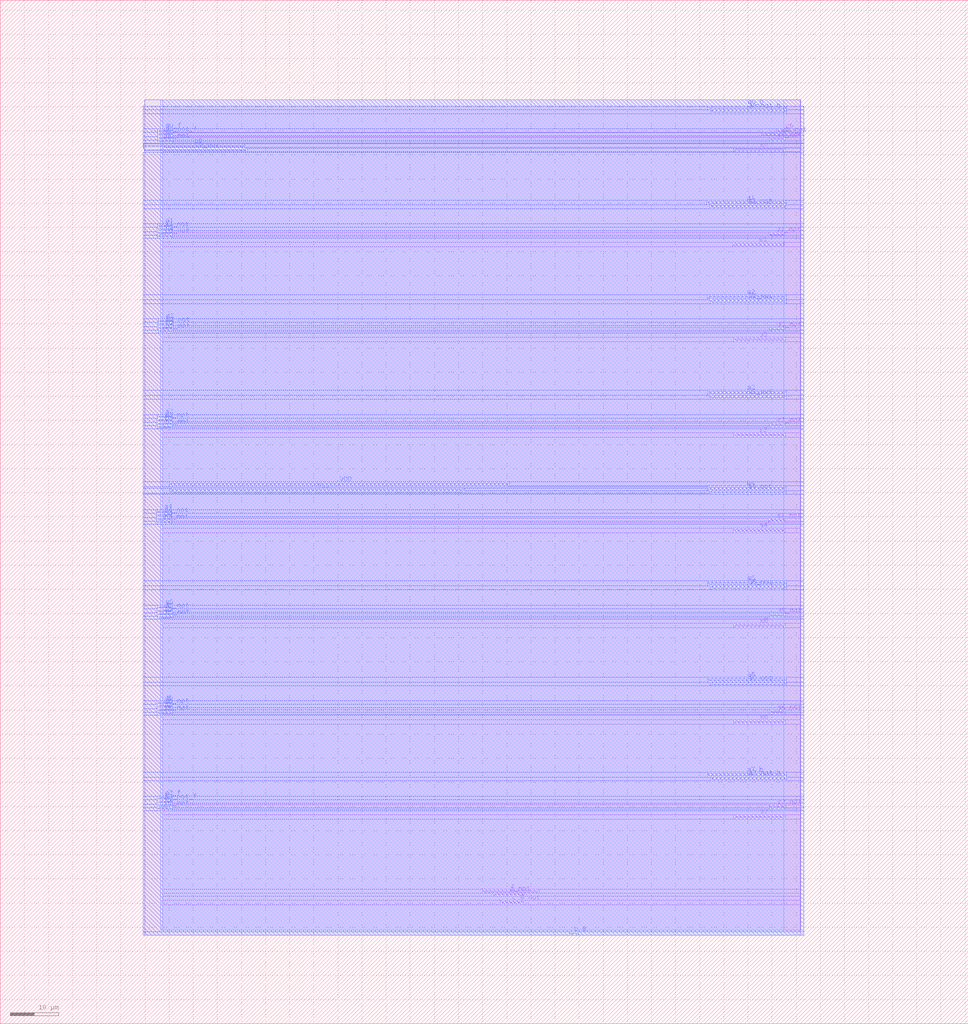
<source format=lef>
VERSION 5.7 ;
  NOWIREEXTENSIONATPIN ON ;
  DIVIDERCHAR "/" ;
  BUSBITCHARS "[]" ;
MACRO fa8b_rev
  CLASS BLOCK ;
  FOREIGN fa8b_rev ;
  ORIGIN 0.000 0.000 ;
  SIZE 200.665 BY 212.100 ;
  PIN c_8_not
    ANTENNADIFFAREA 2.734275 ;
    PORT
      LAYER Metal1 ;
        RECT 104.010 24.915 108.095 25.250 ;
    END
  END c_8_not
  PIN z
    ANTENNADIFFAREA 2.559875 ;
    PORT
      LAYER Metal1 ;
        RECT 100.280 27.290 111.325 27.590 ;
    END
  END z
  PIN z_not
    ANTENNADIFFAREA 2.638650 ;
    PORT
      LAYER Metal1 ;
        RECT 102.630 26.755 108.680 27.025 ;
    END
  END z_not
  PIN c0
    ANTENNAGATEAREA 2.739250 ;
    ANTENNADIFFAREA 2.734275 ;
    PORT
      LAYER Metal1 ;
        RECT 161.170 184.800 164.390 185.100 ;
    END
    PORT
      LAYER Metal3 ;
        RECT 30.005 181.695 50.350 181.990 ;
    END
  END c0
  PIN c0_not
    ANTENNAGATEAREA 2.775000 ;
    ANTENNADIFFAREA 2.560625 ;
    PORT
      LAYER Metal1 ;
        RECT 158.225 184.055 165.950 184.355 ;
    END
    PORT
      LAYER Metal3 ;
        RECT 29.825 180.830 50.935 181.125 ;
    END
  END c0_not
  PIN s0
    ANTENNADIFFAREA 2.734275 ;
    PORT
      LAYER Metal1 ;
        RECT 152.405 180.965 162.485 181.300 ;
    END
  END s0
  PIN s0_not
    ANTENNADIFFAREA 2.560625 ;
    PORT
      LAYER Metal1 ;
        RECT 159.755 183.040 162.485 183.315 ;
    END
  END s0_not
  PIN s1
    ANTENNADIFFAREA 2.734275 ;
    PORT
      LAYER Metal1 ;
        RECT 152.205 161.240 162.285 161.575 ;
    END
  END s1
  PIN s1_not
    ANTENNADIFFAREA 2.560625 ;
    PORT
      LAYER Metal1 ;
        RECT 159.555 163.315 162.285 163.590 ;
    END
  END s1_not
  PIN s2
    ANTENNADIFFAREA 2.734275 ;
    PORT
      LAYER Metal1 ;
        RECT 152.360 141.595 162.440 141.930 ;
    END
  END s2
  PIN s2_not
    ANTENNADIFFAREA 2.560625 ;
    PORT
      LAYER Metal1 ;
        RECT 159.710 143.670 162.440 143.945 ;
    END
  END s2_not
  PIN s3
    ANTENNADIFFAREA 2.734275 ;
    PORT
      LAYER Metal1 ;
        RECT 152.360 121.800 162.440 122.135 ;
    END
  END s3
  PIN s3_not
    ANTENNADIFFAREA 2.560625 ;
    PORT
      LAYER Metal1 ;
        RECT 159.710 123.875 162.440 124.150 ;
    END
  END s3_not
  PIN s4
    ANTENNADIFFAREA 2.734275 ;
    PORT
      LAYER Metal1 ;
        RECT 152.280 102.045 162.360 102.380 ;
    END
  END s4
  PIN s4_not
    ANTENNADIFFAREA 2.560625 ;
    PORT
      LAYER Metal1 ;
        RECT 159.630 104.120 162.360 104.395 ;
    END
  END s4_not
  PIN s5
    ANTENNADIFFAREA 2.734275 ;
    PORT
      LAYER Metal1 ;
        RECT 152.385 82.330 162.465 82.665 ;
    END
  END s5
  PIN s5_not
    ANTENNADIFFAREA 2.560625 ;
    PORT
      LAYER Metal1 ;
        RECT 159.735 84.405 162.465 84.680 ;
    END
  END s5_not
  PIN s6
    ANTENNADIFFAREA 2.734275 ;
    PORT
      LAYER Metal1 ;
        RECT 152.385 62.360 162.465 62.695 ;
    END
  END s6
  PIN s6_not
    ANTENNADIFFAREA 2.560625 ;
    PORT
      LAYER Metal1 ;
        RECT 159.735 64.435 162.465 64.710 ;
    END
  END s6_not
  PIN s7
    ANTENNADIFFAREA 2.734275 ;
    PORT
      LAYER Metal1 ;
        RECT 152.385 42.695 162.465 43.030 ;
    END
  END s7
  PIN s7_not
    ANTENNADIFFAREA 2.560625 ;
    PORT
      LAYER Metal1 ;
        RECT 159.735 44.770 162.465 45.045 ;
    END
  END s7_not
  PIN VSS
    USE GROUND ;
    PORT
      LAYER Metal3 ;
        RECT 35.500 110.170 95.935 110.660 ;
    END
  END VSS
  PIN c_8
    ANTENNADIFFAREA 2.560625 ;
    PORT
      LAYER Metal3 ;
        RECT 118.430 18.370 119.455 18.720 ;
    END
  END c_8
  PIN VDD
    USE POWER ;
    PORT
      LAYER Metal3 ;
        RECT 35.400 111.545 105.220 112.035 ;
    END
  END VDD
  PIN a0_f
    ANTENNAGATEAREA 5.478500 ;
    ANTENNADIFFAREA 1.587600 ;
    PORT
      LAYER Metal3 ;
        RECT 32.960 184.850 35.420 185.155 ;
    END
  END a0_f
  PIN a0_not_f
    ANTENNAGATEAREA 5.550000 ;
    ANTENNADIFFAREA 1.587600 ;
    PORT
      LAYER Metal3 ;
        RECT 32.920 184.115 35.425 184.410 ;
    END
  END a0_not_f
  PIN a0_b
    ANTENNAGATEAREA 2.739250 ;
    ANTENNADIFFAREA 1.587600 ;
    PORT
      LAYER Metal3 ;
        RECT 146.970 189.670 162.705 190.080 ;
    END
  END a0_b
  PIN a0_not_b
    ANTENNAGATEAREA 2.775000 ;
    ANTENNADIFFAREA 1.587600 ;
    PORT
      LAYER Metal3 ;
        RECT 147.565 188.890 162.695 189.345 ;
    END
  END a0_not_b
  PIN a7_f
    ANTENNAGATEAREA 5.478500 ;
    ANTENNADIFFAREA 1.587600 ;
    PORT
      LAYER Metal3 ;
        RECT 32.830 46.535 35.290 46.840 ;
    END
  END a7_f
  PIN a7_not_f
    ANTENNAGATEAREA 5.550000 ;
    ANTENNADIFFAREA 1.587600 ;
    PORT
      LAYER Metal3 ;
        RECT 32.790 45.800 35.295 46.095 ;
    END
  END a7_not_f
  PIN a7_b
    ANTENNAGATEAREA 2.739250 ;
    ANTENNADIFFAREA 1.587600 ;
    PORT
      LAYER Metal3 ;
        RECT 146.950 51.400 162.685 51.810 ;
    END
  END a7_b
  PIN a7_not_b
    ANTENNAGATEAREA 2.775000 ;
    ANTENNADIFFAREA 1.587600 ;
    PORT
      LAYER Metal3 ;
        RECT 147.545 50.620 162.675 51.075 ;
    END
  END a7_not_b
  PIN b0
    ANTENNADIFFAREA 2.559875 ;
    PORT
      LAYER Metal3 ;
        RECT 32.925 183.400 35.440 183.695 ;
    END
  END b0
  PIN b0_not
    ANTENNADIFFAREA 2.638650 ;
    PORT
      LAYER Metal3 ;
        RECT 32.960 182.770 35.425 183.065 ;
    END
  END b0_not
  PIN a1
    ANTENNAGATEAREA 5.478500 ;
    ANTENNADIFFAREA 1.587600 ;
    PORT
      LAYER Metal3 ;
        RECT 32.915 165.160 35.375 165.465 ;
    END
    PORT
      LAYER Metal3 ;
        RECT 146.770 169.945 162.505 170.355 ;
    END
  END a1
  PIN a1_not
    ANTENNAGATEAREA 5.550000 ;
    ANTENNADIFFAREA 1.587600 ;
    PORT
      LAYER Metal3 ;
        RECT 32.875 164.425 35.380 164.720 ;
    END
    PORT
      LAYER Metal3 ;
        RECT 147.365 169.165 162.495 169.620 ;
    END
  END a1_not
  PIN b1
    ANTENNADIFFAREA 2.559875 ;
    PORT
      LAYER Metal3 ;
        RECT 32.880 163.710 35.395 164.005 ;
    END
  END b1
  PIN b1_not
    ANTENNADIFFAREA 2.638650 ;
    PORT
      LAYER Metal3 ;
        RECT 32.915 163.080 35.380 163.375 ;
    END
  END b1_not
  PIN a2
    ANTENNAGATEAREA 5.478500 ;
    ANTENNADIFFAREA 1.587600 ;
    PORT
      LAYER Metal3 ;
        RECT 33.105 145.450 35.565 145.755 ;
    END
    PORT
      LAYER Metal3 ;
        RECT 146.925 150.300 162.660 150.710 ;
    END
  END a2
  PIN a2_not
    ANTENNAGATEAREA 5.550000 ;
    ANTENNADIFFAREA 1.587600 ;
    PORT
      LAYER Metal3 ;
        RECT 33.065 144.715 35.570 145.010 ;
    END
    PORT
      LAYER Metal3 ;
        RECT 147.520 149.520 162.650 149.975 ;
    END
  END a2_not
  PIN b2
    ANTENNADIFFAREA 2.559875 ;
    PORT
      LAYER Metal3 ;
        RECT 33.070 144.000 35.585 144.295 ;
    END
  END b2
  PIN b2_not
    ANTENNADIFFAREA 2.638650 ;
    PORT
      LAYER Metal3 ;
        RECT 33.105 143.370 35.570 143.665 ;
    END
  END b2_not
  PIN a3
    ANTENNAGATEAREA 5.478500 ;
    ANTENNADIFFAREA 1.587600 ;
    PORT
      LAYER Metal3 ;
        RECT 32.910 125.610 35.370 125.915 ;
    END
    PORT
      LAYER Metal3 ;
        RECT 146.925 130.505 162.660 130.915 ;
    END
  END a3
  PIN a3_not
    ANTENNAGATEAREA 5.550000 ;
    ANTENNADIFFAREA 1.587600 ;
    PORT
      LAYER Metal3 ;
        RECT 32.870 124.875 35.375 125.170 ;
    END
    PORT
      LAYER Metal3 ;
        RECT 147.520 129.725 162.650 130.180 ;
    END
  END a3_not
  PIN b3
    ANTENNADIFFAREA 2.559875 ;
    PORT
      LAYER Metal3 ;
        RECT 32.875 124.160 35.390 124.455 ;
    END
  END b3
  PIN b3_not
    ANTENNADIFFAREA 2.638650 ;
    PORT
      LAYER Metal3 ;
        RECT 32.910 123.530 35.375 123.825 ;
    END
  END b3_not
  PIN a4
    ANTENNAGATEAREA 5.478500 ;
    ANTENNADIFFAREA 1.587600 ;
    PORT
      LAYER Metal3 ;
        RECT 32.780 105.900 35.240 106.205 ;
    END
    PORT
      LAYER Metal3 ;
        RECT 146.845 110.750 162.580 111.160 ;
    END
  END a4
  PIN a4_not
    ANTENNAGATEAREA 5.550000 ;
    ANTENNADIFFAREA 1.587600 ;
    PORT
      LAYER Metal3 ;
        RECT 32.740 105.165 35.245 105.460 ;
    END
    PORT
      LAYER Metal3 ;
        RECT 147.440 109.970 162.570 110.425 ;
    END
  END a4_not
  PIN b4
    ANTENNADIFFAREA 2.559875 ;
    PORT
      LAYER Metal3 ;
        RECT 32.745 104.450 35.260 104.745 ;
    END
  END b4
  PIN b4_not
    ANTENNADIFFAREA 2.638650 ;
    PORT
      LAYER Metal3 ;
        RECT 32.780 103.820 35.245 104.115 ;
    END
  END b4_not
  PIN a5
    ANTENNAGATEAREA 5.478500 ;
    ANTENNADIFFAREA 1.587600 ;
    PORT
      LAYER Metal3 ;
        RECT 32.910 86.140 35.370 86.445 ;
    END
    PORT
      LAYER Metal3 ;
        RECT 146.950 91.035 162.685 91.445 ;
    END
  END a5
  PIN a5_not
    ANTENNAGATEAREA 5.550000 ;
    ANTENNADIFFAREA 1.587600 ;
    PORT
      LAYER Metal3 ;
        RECT 32.870 85.405 35.375 85.700 ;
    END
    PORT
      LAYER Metal3 ;
        RECT 147.545 90.255 162.675 90.710 ;
    END
  END a5_not
  PIN b5
    ANTENNADIFFAREA 2.559875 ;
    PORT
      LAYER Metal3 ;
        RECT 32.875 84.690 35.390 84.985 ;
    END
  END b5
  PIN b5_not
    ANTENNADIFFAREA 2.638650 ;
    PORT
      LAYER Metal3 ;
        RECT 32.910 84.060 35.375 84.355 ;
    END
  END b5_not
  PIN a6
    ANTENNAGATEAREA 5.478500 ;
    ANTENNADIFFAREA 1.587600 ;
    PORT
      LAYER Metal3 ;
        RECT 32.860 66.330 35.320 66.635 ;
    END
    PORT
      LAYER Metal3 ;
        RECT 146.950 71.065 162.685 71.475 ;
    END
  END a6
  PIN a6_not
    ANTENNAGATEAREA 5.550000 ;
    ANTENNADIFFAREA 1.587600 ;
    PORT
      LAYER Metal3 ;
        RECT 32.820 65.595 35.325 65.890 ;
    END
    PORT
      LAYER Metal3 ;
        RECT 147.545 70.285 162.675 70.740 ;
    END
  END a6_not
  PIN b6
    ANTENNADIFFAREA 2.559875 ;
    PORT
      LAYER Metal3 ;
        RECT 32.825 64.880 35.340 65.175 ;
    END
  END b6
  PIN b6_not
    ANTENNADIFFAREA 2.638650 ;
    PORT
      LAYER Metal3 ;
        RECT 32.860 64.250 35.325 64.545 ;
    END
  END b6_not
  PIN b7
    ANTENNADIFFAREA 2.559875 ;
    PORT
      LAYER Metal3 ;
        RECT 32.795 45.085 35.310 45.380 ;
    END
  END b7
  PIN b7_not
    ANTENNADIFFAREA 2.638650 ;
    PORT
      LAYER Metal3 ;
        RECT 32.830 44.455 35.295 44.750 ;
    END
  END b7_not
  OBS
      LAYER Nwell ;
        RECT 33.240 19.365 162.485 191.395 ;
      LAYER Metal1 ;
        RECT 33.670 185.400 165.930 191.395 ;
        RECT 33.670 184.655 160.870 185.400 ;
        RECT 164.690 184.655 165.930 185.400 ;
        RECT 33.670 183.755 157.925 184.655 ;
        RECT 33.670 183.615 165.930 183.755 ;
        RECT 33.670 182.740 159.455 183.615 ;
        RECT 162.785 182.740 165.930 183.615 ;
        RECT 33.670 181.600 165.930 182.740 ;
        RECT 33.670 180.665 152.105 181.600 ;
        RECT 162.785 180.665 165.930 181.600 ;
        RECT 33.670 163.890 165.930 180.665 ;
        RECT 33.670 163.015 159.255 163.890 ;
        RECT 162.585 163.015 165.930 163.890 ;
        RECT 33.670 161.875 165.930 163.015 ;
        RECT 33.670 160.940 151.905 161.875 ;
        RECT 162.585 160.940 165.930 161.875 ;
        RECT 33.670 144.245 165.930 160.940 ;
        RECT 33.670 143.370 159.410 144.245 ;
        RECT 162.740 143.370 165.930 144.245 ;
        RECT 33.670 142.230 165.930 143.370 ;
        RECT 33.670 141.295 152.060 142.230 ;
        RECT 162.740 141.295 165.930 142.230 ;
        RECT 33.670 124.450 165.930 141.295 ;
        RECT 33.670 123.575 159.410 124.450 ;
        RECT 162.740 123.575 165.930 124.450 ;
        RECT 33.670 122.435 165.930 123.575 ;
        RECT 33.670 121.500 152.060 122.435 ;
        RECT 162.740 121.500 165.930 122.435 ;
        RECT 33.670 104.695 165.930 121.500 ;
        RECT 33.670 103.820 159.330 104.695 ;
        RECT 162.660 103.820 165.930 104.695 ;
        RECT 33.670 102.680 165.930 103.820 ;
        RECT 33.670 101.745 151.980 102.680 ;
        RECT 162.660 101.745 165.930 102.680 ;
        RECT 33.670 84.980 165.930 101.745 ;
        RECT 33.670 84.105 159.435 84.980 ;
        RECT 162.765 84.105 165.930 84.980 ;
        RECT 33.670 82.965 165.930 84.105 ;
        RECT 33.670 82.030 152.085 82.965 ;
        RECT 162.765 82.030 165.930 82.965 ;
        RECT 33.670 65.010 165.930 82.030 ;
        RECT 33.670 64.135 159.435 65.010 ;
        RECT 162.765 64.135 165.930 65.010 ;
        RECT 33.670 62.995 165.930 64.135 ;
        RECT 33.670 62.060 152.085 62.995 ;
        RECT 162.765 62.060 165.930 62.995 ;
        RECT 33.670 45.345 165.930 62.060 ;
        RECT 33.670 44.470 159.435 45.345 ;
        RECT 162.765 44.470 165.930 45.345 ;
        RECT 33.670 43.330 165.930 44.470 ;
        RECT 33.670 42.395 152.085 43.330 ;
        RECT 162.765 42.395 165.930 43.330 ;
        RECT 33.670 27.890 165.930 42.395 ;
        RECT 33.670 26.990 99.980 27.890 ;
        RECT 111.625 26.990 165.930 27.890 ;
        RECT 33.670 26.455 102.330 26.990 ;
        RECT 108.980 26.455 165.930 26.990 ;
        RECT 33.670 25.550 165.930 26.455 ;
        RECT 33.670 24.615 103.710 25.550 ;
        RECT 108.395 24.615 165.930 25.550 ;
        RECT 33.670 19.365 165.930 24.615 ;
      LAYER Metal2 ;
        RECT 29.910 18.290 165.840 191.395 ;
      LAYER Metal3 ;
        RECT 29.645 189.370 146.670 190.080 ;
        RECT 163.005 189.370 166.555 190.080 ;
        RECT 29.645 188.590 147.265 189.370 ;
        RECT 162.995 188.590 166.555 189.370 ;
        RECT 29.645 185.455 166.555 188.590 ;
        RECT 29.645 184.710 32.660 185.455 ;
        RECT 35.720 184.710 166.555 185.455 ;
        RECT 29.645 183.815 32.620 184.710 ;
        RECT 35.725 183.995 166.555 184.710 ;
        RECT 29.645 183.100 32.625 183.815 ;
        RECT 35.740 183.100 166.555 183.995 ;
        RECT 29.645 182.470 32.660 183.100 ;
        RECT 35.725 182.470 166.555 183.100 ;
        RECT 29.645 182.290 166.555 182.470 ;
        RECT 29.645 181.425 29.705 182.290 ;
        RECT 50.650 181.425 166.555 182.290 ;
        RECT 51.235 180.530 166.555 181.425 ;
        RECT 29.645 170.655 166.555 180.530 ;
        RECT 29.645 169.645 146.470 170.655 ;
        RECT 162.805 169.645 166.555 170.655 ;
        RECT 29.645 168.865 147.065 169.645 ;
        RECT 162.795 168.865 166.555 169.645 ;
        RECT 29.645 165.765 166.555 168.865 ;
        RECT 29.645 165.020 32.615 165.765 ;
        RECT 35.675 165.020 166.555 165.765 ;
        RECT 29.645 164.125 32.575 165.020 ;
        RECT 35.680 164.305 166.555 165.020 ;
        RECT 29.645 163.410 32.580 164.125 ;
        RECT 35.695 163.410 166.555 164.305 ;
        RECT 29.645 162.780 32.615 163.410 ;
        RECT 35.680 162.780 166.555 163.410 ;
        RECT 29.645 151.010 166.555 162.780 ;
        RECT 29.645 150.000 146.625 151.010 ;
        RECT 162.960 150.000 166.555 151.010 ;
        RECT 29.645 149.220 147.220 150.000 ;
        RECT 162.950 149.220 166.555 150.000 ;
        RECT 29.645 146.055 166.555 149.220 ;
        RECT 29.645 145.310 32.805 146.055 ;
        RECT 35.865 145.310 166.555 146.055 ;
        RECT 29.645 144.415 32.765 145.310 ;
        RECT 35.870 144.595 166.555 145.310 ;
        RECT 29.645 143.700 32.770 144.415 ;
        RECT 35.885 143.700 166.555 144.595 ;
        RECT 29.645 143.070 32.805 143.700 ;
        RECT 35.870 143.070 166.555 143.700 ;
        RECT 29.645 131.215 166.555 143.070 ;
        RECT 29.645 130.205 146.625 131.215 ;
        RECT 162.960 130.205 166.555 131.215 ;
        RECT 29.645 129.425 147.220 130.205 ;
        RECT 162.950 129.425 166.555 130.205 ;
        RECT 29.645 126.215 166.555 129.425 ;
        RECT 29.645 125.470 32.610 126.215 ;
        RECT 35.670 125.470 166.555 126.215 ;
        RECT 29.645 124.575 32.570 125.470 ;
        RECT 35.675 124.755 166.555 125.470 ;
        RECT 29.645 123.860 32.575 124.575 ;
        RECT 35.690 123.860 166.555 124.755 ;
        RECT 29.645 123.230 32.610 123.860 ;
        RECT 35.675 123.230 166.555 123.860 ;
        RECT 29.645 112.335 166.555 123.230 ;
        RECT 29.645 111.245 35.100 112.335 ;
        RECT 105.520 111.460 166.555 112.335 ;
        RECT 105.520 111.245 146.545 111.460 ;
        RECT 29.645 110.960 146.545 111.245 ;
        RECT 29.645 109.870 35.200 110.960 ;
        RECT 96.235 110.450 146.545 110.960 ;
        RECT 162.880 110.450 166.555 111.460 ;
        RECT 96.235 109.870 147.140 110.450 ;
        RECT 29.645 109.670 147.140 109.870 ;
        RECT 162.870 109.670 166.555 110.450 ;
        RECT 29.645 106.505 166.555 109.670 ;
        RECT 29.645 105.760 32.480 106.505 ;
        RECT 35.540 105.760 166.555 106.505 ;
        RECT 29.645 104.865 32.440 105.760 ;
        RECT 35.545 105.045 166.555 105.760 ;
        RECT 29.645 104.150 32.445 104.865 ;
        RECT 35.560 104.150 166.555 105.045 ;
        RECT 29.645 103.520 32.480 104.150 ;
        RECT 35.545 103.520 166.555 104.150 ;
        RECT 29.645 91.745 166.555 103.520 ;
        RECT 29.645 90.735 146.650 91.745 ;
        RECT 162.985 90.735 166.555 91.745 ;
        RECT 29.645 89.955 147.245 90.735 ;
        RECT 162.975 89.955 166.555 90.735 ;
        RECT 29.645 86.745 166.555 89.955 ;
        RECT 29.645 86.000 32.610 86.745 ;
        RECT 35.670 86.000 166.555 86.745 ;
        RECT 29.645 85.105 32.570 86.000 ;
        RECT 35.675 85.285 166.555 86.000 ;
        RECT 29.645 84.390 32.575 85.105 ;
        RECT 35.690 84.390 166.555 85.285 ;
        RECT 29.645 83.760 32.610 84.390 ;
        RECT 35.675 83.760 166.555 84.390 ;
        RECT 29.645 71.775 166.555 83.760 ;
        RECT 29.645 70.765 146.650 71.775 ;
        RECT 162.985 70.765 166.555 71.775 ;
        RECT 29.645 69.985 147.245 70.765 ;
        RECT 162.975 69.985 166.555 70.765 ;
        RECT 29.645 66.935 166.555 69.985 ;
        RECT 29.645 66.190 32.560 66.935 ;
        RECT 35.620 66.190 166.555 66.935 ;
        RECT 29.645 65.295 32.520 66.190 ;
        RECT 35.625 65.475 166.555 66.190 ;
        RECT 29.645 64.580 32.525 65.295 ;
        RECT 35.640 64.580 166.555 65.475 ;
        RECT 29.645 63.950 32.560 64.580 ;
        RECT 35.625 63.950 166.555 64.580 ;
        RECT 29.645 52.110 166.555 63.950 ;
        RECT 29.645 51.100 146.650 52.110 ;
        RECT 162.985 51.100 166.555 52.110 ;
        RECT 29.645 50.320 147.245 51.100 ;
        RECT 162.975 50.320 166.555 51.100 ;
        RECT 29.645 47.140 166.555 50.320 ;
        RECT 29.645 46.395 32.530 47.140 ;
        RECT 35.590 46.395 166.555 47.140 ;
        RECT 29.645 45.500 32.490 46.395 ;
        RECT 35.595 45.680 166.555 46.395 ;
        RECT 29.645 44.785 32.495 45.500 ;
        RECT 35.610 44.785 166.555 45.680 ;
        RECT 29.645 44.155 32.530 44.785 ;
        RECT 35.595 44.155 166.555 44.785 ;
        RECT 29.645 19.020 166.555 44.155 ;
        RECT 29.645 18.370 118.130 19.020 ;
        RECT 119.755 18.370 166.555 19.020 ;
  END
END fa8b_rev
END LIBRARY


</source>
